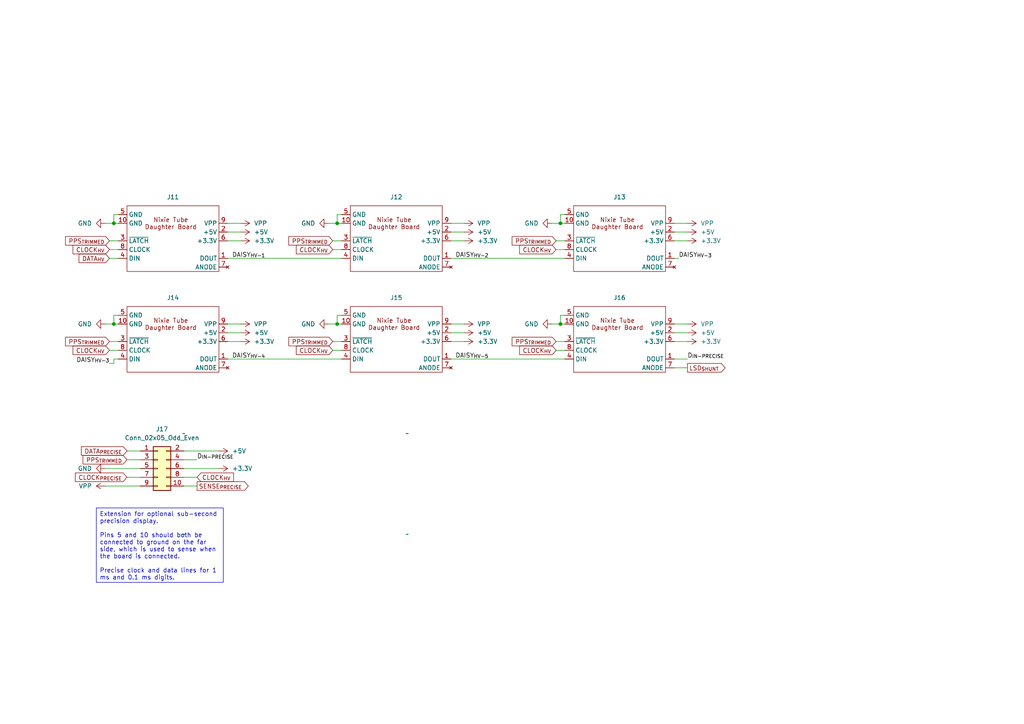
<source format=kicad_sch>
(kicad_sch (version 20230121) (generator eeschema)
  (paper "A4")
  (title_block (title "Nixie Accurate Clock") (date "2024-02-24") (rev "B") (company "Paul Willis"))
  (lib_symbols
    (symbol "00_lib:nixie_daughter_board"
      (property "Reference" "J" (at 1.27 20.32 0))
      (symbol "nixie_daughter_board_0_1"
        (rectangle (start 0 19.05) (end 26.67 0))
      )
      (symbol "nixie_daughter_board_1_1"
        (text "Nixie Tube\nDaughter Board" (at 12.7 13.97 0) (effects (font (size 1.27 1.27))))
        (pin output line (at 29.21 3.81 180) (length 2.54) (name "DOUT") (number "1"))
        (pin passive line (at -2.54 13.97 0) (length 2.54) (name "GND") (number "10"))
        (pin power_in line (at 29.21 11.43 180) (length 2.54) (name "+5V") (number "2"))
        (pin input line (at -2.54 8.89 0) (length 2.54) (name "~{LATCH}") (number "3"))
        (pin input line (at -2.54 3.81 0) (length 2.54) (name "DIN") (number "4"))
        (pin power_in line (at -2.54 16.51 0) (length 2.54) (name "GND") (number "5"))
        (pin power_in line (at 29.21 8.89 180) (length 2.54) (name "+3.3V") (number "6"))
        (pin output line (at 29.21 1.27 180) (length 2.54) (name "ANODE") (number "7"))
        (pin input line (at -2.54 6.35 0) (length 2.54) (name "CLOCK") (number "8"))
        (pin power_in line (at 29.21 13.97 180) (length 2.54) (name "VPP") (number "9"))
      )
    )
    (symbol "Connector_Generic:Conn_02x05_Odd_Even" (pin_names (offset 1.016) hide)
      (property "Reference" "J10" (at 1.27 11.43 0))
      (property "Value" "Conn_02x05_Odd_Even" (at 1.27 8.89 0))
      (symbol "Conn_02x05_Odd_Even_1_1"
        (rectangle (start -1.27 -4.953) (end 0 -5.207) (stroke (width 0.1524)))
        (rectangle (start -1.27 -2.413) (end 0 -2.667) (stroke (width 0.1524)))
        (rectangle (start -1.27 0.127) (end 0 -0.127) (stroke (width 0.1524)))
        (rectangle (start -1.27 2.667) (end 0 2.413) (stroke (width 0.1524)))
        (rectangle (start -1.27 5.207) (end 0 4.953) (stroke (width 0.1524)))
        (rectangle (start -1.27 6.35) (end 3.81 -6.35) (stroke (width 0.254)) (fill (type background)))
        (rectangle (start 3.81 -4.953) (end 2.54 -5.207) (stroke (width 0.1524)))
        (rectangle (start 3.81 -2.413) (end 2.54 -2.667) (stroke (width 0.1524)))
        (rectangle (start 3.81 0.127) (end 2.54 -0.127) (stroke (width 0.1524)))
        (rectangle (start 3.81 2.667) (end 2.54 2.413) (stroke (width 0.1524)))
        (rectangle (start 3.81 5.207) (end 2.54 4.953) (stroke (width 0.1524)))
        (pin bidirectional line (at -5.08 5.08 0) (length 3.81) (name "Pin_1") (number "1"))
        (pin passive line (at 7.62 -5.08 180) (length 3.81) (name "Pin_10") (number "10"))
        (pin power_in line (at 7.62 5.08 180) (length 3.81) (name "Pin_2") (number "2"))
        (pin input line (at -5.08 2.54 0) (length 3.81) (name "Pin_3") (number "3"))
        (pin input line (at 7.62 2.54 180) (length 3.81) (name "Pin_4") (number "4"))
        (pin power_in line (at -5.08 0 0) (length 3.81) (name "Pin_5") (number "5"))
        (pin power_in line (at 7.62 0 180) (length 3.81) (name "Pin_6") (number "6"))
        (pin input line (at -5.08 -2.54 0) (length 3.81) (name "Pin_7") (number "7"))
        (pin input line (at 7.62 -2.54 180) (length 3.81) (name "Pin_8") (number "8"))
        (pin power_in line (at -5.08 -5.08 0) (length 3.81) (name "Pin_9") (number "9"))
      )
    )
    (symbol "nixie_daughter_board_1"
      (property "Reference" "J13" (at 13.335 21.59 0))
      (property "Value" "~" (at -48.26 -46.99 0))
      (symbol "nixie_daughter_board_1_0_1"
        (rectangle (start 0 19.05) (end 26.67 0))
      )
      (symbol "nixie_daughter_board_1_1_1"
        (text "Nixie Tube\nDaughter Board" (at 12.7 13.97 0) (effects (font (size 1.27 1.27))))
        (pin output line (at 29.21 3.81 180) (length 2.54) (name "DOUT") (number "1"))
        (pin passive line (at -2.54 13.97 0) (length 2.54) (name "GND") (number "10"))
        (pin power_in line (at 29.21 11.43 180) (length 2.54) (name "+5V") (number "2"))
        (pin input line (at -2.54 8.89 0) (length 2.54) (name "~{LATCH}") (number "3"))
        (pin input line (at -2.54 3.81 0) (length 2.54) (name "DIN") (number "4"))
        (pin power_in line (at -2.54 16.51 0) (length 2.54) (name "GND") (number "5"))
        (pin power_in line (at 29.21 8.89 180) (length 2.54) (name "+3.3V") (number "6"))
        (pin no_connect line (at 29.21 1.27 180) (length 2.54) (name "ANODE") (number "7"))
        (pin input line (at -2.54 6.35 0) (length 2.54) (name "CLOCK") (number "8"))
        (pin power_in line (at 29.21 13.97 180) (length 2.54) (name "VPP") (number "9"))
      )
    )
    (symbol "nixie_daughter_board_2"
      (property "Reference" "J14" (at 13.335 21.59 0))
      (property "Value" "~" (at -48.26 -46.99 0))
      (symbol "nixie_daughter_board_2_0_1"
        (rectangle (start 0 19.05) (end 26.67 0))
      )
      (symbol "nixie_daughter_board_2_1_1"
        (text "Nixie Tube\nDaughter Board" (at 12.7 13.97 0) (effects (font (size 1.27 1.27))))
        (pin output line (at 29.21 3.81 180) (length 2.54) (name "DOUT") (number "1"))
        (pin passive line (at -2.54 13.97 0) (length 2.54) (name "GND") (number "10"))
        (pin power_in line (at 29.21 11.43 180) (length 2.54) (name "+5V") (number "2"))
        (pin input line (at -2.54 8.89 0) (length 2.54) (name "~{LATCH}") (number "3"))
        (pin input line (at -2.54 3.81 0) (length 2.54) (name "DIN") (number "4"))
        (pin power_in line (at -2.54 16.51 0) (length 2.54) (name "GND") (number "5"))
        (pin power_in line (at 29.21 8.89 180) (length 2.54) (name "+3.3V") (number "6"))
        (pin no_connect line (at 29.21 1.27 180) (length 2.54) (name "ANODE") (number "7"))
        (pin input line (at -2.54 6.35 0) (length 2.54) (name "CLOCK") (number "8"))
        (pin power_in line (at 29.21 13.97 180) (length 2.54) (name "VPP") (number "9"))
      )
    )
    (symbol "nixie_daughter_board_3"
      (property "Reference" "J15" (at 13.335 21.59 0))
      (property "Value" "~" (at -48.26 -46.99 0))
      (symbol "nixie_daughter_board_3_0_1"
        (rectangle (start 0 19.05) (end 26.67 0))
      )
      (symbol "nixie_daughter_board_3_1_1"
        (text "Nixie Tube\nDaughter Board" (at 12.7 13.97 0) (effects (font (size 1.27 1.27))))
        (pin output line (at 29.21 3.81 180) (length 2.54) (name "DOUT") (number "1"))
        (pin passive line (at -2.54 13.97 0) (length 2.54) (name "GND") (number "10"))
        (pin power_in line (at 29.21 11.43 180) (length 2.54) (name "+5V") (number "2"))
        (pin input line (at -2.54 8.89 0) (length 2.54) (name "~{LATCH}") (number "3"))
        (pin input line (at -2.54 3.81 0) (length 2.54) (name "DIN") (number "4"))
        (pin power_in line (at -2.54 16.51 0) (length 2.54) (name "GND") (number "5"))
        (pin power_in line (at 29.21 8.89 180) (length 2.54) (name "+3.3V") (number "6"))
        (pin no_connect line (at 29.21 1.27 180) (length 2.54) (name "ANODE") (number "7"))
        (pin input line (at -2.54 6.35 0) (length 2.54) (name "CLOCK") (number "8"))
        (pin power_in line (at 29.21 13.97 180) (length 2.54) (name "VPP") (number "9"))
      )
    )
    (symbol "nixie_daughter_board_4"
      (property "Reference" "J16" (at 13.335 21.59 0))
      (property "Value" "~" (at -48.26 -46.99 0))
      (symbol "nixie_daughter_board_4_0_1"
        (rectangle (start 0 19.05) (end 26.67 0))
      )
      (symbol "nixie_daughter_board_4_1_1"
        (text "Nixie Tube\nDaughter Board" (at 12.7 13.97 0) (effects (font (size 1.27 1.27))))
        (pin output line (at 29.21 3.81 180) (length 2.54) (name "DOUT") (number "1"))
        (pin passive line (at -2.54 13.97 0) (length 2.54) (name "GND") (number "10"))
        (pin power_in line (at 29.21 11.43 180) (length 2.54) (name "+5V") (number "2"))
        (pin input line (at -2.54 8.89 0) (length 2.54) (name "~{LATCH}") (number "3"))
        (pin input line (at -2.54 3.81 0) (length 2.54) (name "DIN") (number "4"))
        (pin power_in line (at -2.54 16.51 0) (length 2.54) (name "GND") (number "5"))
        (pin power_in line (at 29.21 8.89 180) (length 2.54) (name "+3.3V") (number "6"))
        (pin no_connect line (at 29.21 1.27 180) (length 2.54) (name "ANODE") (number "7"))
        (pin input line (at -2.54 6.35 0) (length 2.54) (name "CLOCK") (number "8"))
        (pin power_in line (at 29.21 13.97 180) (length 2.54) (name "VPP") (number "9"))
      )
    )
    (symbol "nixie_daughter_board_5"
      (property "Reference" "J17" (at 13.335 21.59 0))
      (property "Value" "~" (at -48.26 -46.99 0))
      (symbol "nixie_daughter_board_5_0_1"
        (rectangle (start 0 19.05) (end 26.67 0))
      )
      (symbol "nixie_daughter_board_5_1_1"
        (text "Nixie Tube\nDaughter Board" (at 12.7 13.97 0) (effects (font (size 1.27 1.27))))
        (pin output line (at 29.21 3.81 180) (length 2.54) (name "DOUT") (number "1"))
        (pin passive line (at -2.54 13.97 0) (length 2.54) (name "GND") (number "10"))
        (pin power_in line (at 29.21 11.43 180) (length 2.54) (name "+5V") (number "2"))
        (pin input line (at -2.54 8.89 0) (length 2.54) (name "~{LATCH}") (number "3"))
        (pin input line (at -2.54 3.81 0) (length 2.54) (name "DIN") (number "4"))
        (pin power_in line (at -2.54 16.51 0) (length 2.54) (name "GND") (number "5"))
        (pin power_in line (at 29.21 8.89 180) (length 2.54) (name "+3.3V") (number "6"))
        (pin no_connect line (at 29.21 1.27 180) (length 2.54) (name "ANODE") (number "7"))
        (pin input line (at -2.54 6.35 0) (length 2.54) (name "CLOCK") (number "8"))
        (pin power_in line (at 29.21 13.97 180) (length 2.54) (name "VPP") (number "9"))
      )
    )
    (symbol "power:+3.3V" (power) (pin_names (offset 0))
      (property "Value" "+3.3V" (at 0 3.556 0))
      (symbol "+3.3V_0_1"
        (polyline (pts (xy -0.762 1.27) (xy 0 2.54)))
        (polyline (pts (xy 0 0) (xy 0 2.54)))
        (polyline (pts (xy 0 2.54) (xy 0.762 1.27)))
      )
      (symbol "+3.3V_1_1"
        (pin power_in line (at 0 0 90) (length 0) hide (name "+3.3V") (number "1"))
      )
    )
    (symbol "power:+5V" (power) (pin_names (offset 0))
      (property "Value" "+5V" (at 0 3.556 0))
      (symbol "+5V_0_1"
        (polyline (pts (xy -0.762 1.27) (xy 0 2.54)))
        (polyline (pts (xy 0 0) (xy 0 2.54)))
        (polyline (pts (xy 0 2.54) (xy 0.762 1.27)))
      )
      (symbol "+5V_1_1"
        (pin power_in line (at 0 0 90) (length 0) hide (name "+5V") (number "1"))
      )
    )
    (symbol "power:GND" (power) (pin_names (offset 0))
      (property "Value" "GND" (at 0 -3.81 0))
      (symbol "GND_0_1"
        (polyline (pts (xy 0 0) (xy 0 -1.27) (xy 1.27 -1.27) (xy 0 -2.54) (xy -1.27 -1.27) (xy 0 -1.27)))
      )
      (symbol "GND_1_1"
        (pin power_in line (at 0 0 270) (length 0) hide (name "GND") (number "1"))
      )
    )
    (symbol "power:VPP" (power) (pin_names (offset 0))
      (property "Value" "VPP" (at 0 3.81 0))
      (symbol "VPP_0_1"
        (polyline (pts (xy -0.762 1.27) (xy 0 2.54)))
        (polyline (pts (xy 0 0) (xy 0 2.54)))
        (polyline (pts (xy 0 2.54) (xy 0.762 1.27)))
      )
      (symbol "VPP_1_1"
        (pin power_in line (at 0 0 90) (length 0) hide (name "VPP") (number "1"))
      )
    )
  )
  (junction (at 162.56 93.98))
  (junction (at 33.02 64.77))
  (junction (at 162.56 64.77))
  (junction (at 33.02 93.98))
  (junction (at 97.79 64.77))
  (junction (at 97.79 93.98))
  (wire (pts (xy 161.29 101.6) (xy 163.83 101.6)))
  (wire (pts (xy 69.85 96.52) (xy 66.04 96.52)))
  (wire (pts (xy 33.02 91.44) (xy 33.02 93.98)))
  (wire (pts (xy 66.04 104.14) (xy 99.06 104.14)))
  (wire (pts (xy 53.34 135.89) (xy 63.5 135.89)))
  (wire (pts (xy 163.83 91.44) (xy 162.56 91.44)))
  (wire (pts (xy 31.75 105.41) (xy 33.02 105.41)))
  (wire (pts (xy 31.75 99.06) (xy 34.29 99.06)))
  (wire (pts (xy 95.25 64.77) (xy 97.79 64.77)))
  (wire (pts (xy 33.02 93.98) (xy 34.29 93.98)))
  (wire (pts (xy 53.34 138.43) (xy 57.15 138.43)))
  (wire (pts (xy 199.39 93.98) (xy 195.58 93.98)))
  (wire (pts (xy 130.81 104.14) (xy 163.83 104.14)))
  (wire (pts (xy 130.81 74.93) (xy 163.83 74.93)))
  (wire (pts (xy 97.79 64.77) (xy 99.06 64.77)))
  (wire (pts (xy 30.48 64.77) (xy 33.02 64.77)))
  (wire (pts (xy 99.06 91.44) (xy 97.79 91.44)))
  (wire (pts (xy 31.75 72.39) (xy 34.29 72.39)))
  (wire (pts (xy 36.83 138.43) (xy 40.64 138.43)))
  (wire (pts (xy 34.29 91.44) (xy 33.02 91.44)))
  (wire (pts (xy 31.75 101.6) (xy 34.29 101.6)))
  (wire (pts (xy 69.85 69.85) (xy 66.04 69.85)))
  (wire (pts (xy 195.58 106.68) (xy 199.39 106.68)))
  (wire (pts (xy 69.85 67.31) (xy 66.04 67.31)))
  (wire (pts (xy 134.62 69.85) (xy 130.81 69.85)))
  (wire (pts (xy 66.04 74.93) (xy 99.06 74.93)))
  (wire (pts (xy 53.34 133.35) (xy 57.15 133.35)))
  (wire (pts (xy 199.39 99.06) (xy 195.58 99.06)))
  (wire (pts (xy 53.34 140.97) (xy 57.15 140.97)))
  (wire (pts (xy 69.85 99.06) (xy 66.04 99.06)))
  (wire (pts (xy 134.62 64.77) (xy 130.81 64.77)))
  (wire (pts (xy 97.79 93.98) (xy 99.06 93.98)))
  (wire (pts (xy 96.52 72.39) (xy 99.06 72.39)))
  (wire (pts (xy 160.02 93.98) (xy 162.56 93.98)))
  (wire (pts (xy 95.25 93.98) (xy 97.79 93.98)))
  (wire (pts (xy 96.52 101.6) (xy 99.06 101.6)))
  (wire (pts (xy 134.62 96.52) (xy 130.81 96.52)))
  (wire (pts (xy 162.56 93.98) (xy 163.83 93.98)))
  (wire (pts (xy 160.02 64.77) (xy 162.56 64.77)))
  (wire (pts (xy 161.29 99.06) (xy 163.83 99.06)))
  (wire (pts (xy 96.52 99.06) (xy 99.06 99.06)))
  (wire (pts (xy 199.39 69.85) (xy 195.58 69.85)))
  (wire (pts (xy 63.5 130.81) (xy 53.34 130.81)))
  (wire (pts (xy 30.48 93.98) (xy 33.02 93.98)))
  (wire (pts (xy 31.75 69.85) (xy 34.29 69.85)))
  (wire (pts (xy 97.79 62.23) (xy 97.79 64.77)))
  (wire (pts (xy 161.29 72.39) (xy 163.83 72.39)))
  (wire (pts (xy 162.56 64.77) (xy 163.83 64.77)))
  (wire (pts (xy 36.83 130.81) (xy 40.64 130.81)))
  (wire (pts (xy 69.85 64.77) (xy 66.04 64.77)))
  (wire (pts (xy 161.29 69.85) (xy 163.83 69.85)))
  (wire (pts (xy 33.02 64.77) (xy 34.29 64.77)))
  (wire (pts (xy 96.52 69.85) (xy 99.06 69.85)))
  (wire (pts (xy 199.39 64.77) (xy 195.58 64.77)))
  (wire (pts (xy 163.83 62.23) (xy 162.56 62.23)))
  (wire (pts (xy 30.48 140.97) (xy 40.64 140.97)))
  (wire (pts (xy 34.29 104.14) (xy 33.02 104.14)))
  (wire (pts (xy 195.58 104.14) (xy 199.39 104.14)))
  (wire (pts (xy 162.56 62.23) (xy 162.56 64.77)))
  (wire (pts (xy 30.48 135.89) (xy 40.64 135.89)))
  (wire (pts (xy 134.62 67.31) (xy 130.81 67.31)))
  (wire (pts (xy 69.85 93.98) (xy 66.04 93.98)))
  (wire (pts (xy 33.02 62.23) (xy 33.02 64.77)))
  (wire (pts (xy 34.29 62.23) (xy 33.02 62.23)))
  (wire (pts (xy 33.02 104.14) (xy 33.02 105.41)))
  (wire (pts (xy 31.75 74.93) (xy 34.29 74.93)))
  (wire (pts (xy 199.39 67.31) (xy 195.58 67.31)))
  (wire (pts (xy 99.06 62.23) (xy 97.79 62.23)))
  (wire (pts (xy 97.79 91.44) (xy 97.79 93.98)))
  (wire (pts (xy 36.83 133.35) (xy 40.64 133.35)))
  (wire (pts (xy 199.39 96.52) (xy 195.58 96.52)))
  (wire (pts (xy 134.62 93.98) (xy 130.81 93.98)))
  (wire (pts (xy 195.58 74.93) (xy 196.85 74.93)))
  (wire (pts (xy 134.62 99.06) (xy 130.81 99.06)))
  (wire (pts (xy 162.56 91.44) (xy 162.56 93.98)))
  (text_box "Extension for optional sub-second precision display.\n\nPins 5 and 10 should both be connected to ground on the far side, which is used to sense when the board is connected.\n\nPrecise clock and data lines for 1 ms and 0.1 ms digits." (at 27.94 147.32 0) (size 36.83 21.59) (effects (font (size 1.27 1.27)) (justify left top)))
  (label "DAISY_{HV-4}" (at 67.31 104.14 0))
  (label "DAISY_{HV-1}" (at 67.31 74.93 0))
  (label "DAISY_{HV-5}" (at 132.08 104.14 0))
  (label "DAISY_{HV-3}" (at 31.75 105.41 180))
  (label "D_{IN-PRECISE}" (at 199.39 104.14 0))
  (label "DAISY_{HV-3}" (at 196.85 74.93 0))
  (label "DAISY_{HV-2}" (at 132.08 74.93 0))
  (label "D_{IN-PRECISE}" (at 57.15 133.35 0))
  (global_label "SENSE_{PRECISE}" (shape output) (at 57.15 140.97 0) (property "Intersheetrefs" "${INTERSHEET_REFS}" (effects hide)))
  (global_label "CLOCK_{PRECISE}" (shape input) (at 36.83 138.43 180) (property "Intersheetrefs" "${INTERSHEET_REFS}" (effects hide)))
  (global_label "CLOCK_{HV}" (shape input) (at 57.15 138.43 0) (property "Intersheetrefs" "${INTERSHEET_REFS}" (effects hide)))
  (global_label "CLOCK_{HV}" (shape input) (at 31.75 72.39 180) (property "Intersheetrefs" "${INTERSHEET_REFS}" (effects hide)))
  (global_label "LSD_{SHUNT}" (shape output) (at 199.39 106.68 0) (property "Intersheetrefs" "${INTERSHEET_REFS}" (effects hide)))
  (global_label "PPS_{TRIMMED}" (shape input) (at 31.75 69.85 180) (property "Intersheetrefs" "${INTERSHEET_REFS}" (effects hide)))
  (global_label "DATA_{HV}" (shape input) (at 31.75 74.93 180) (property "Intersheetrefs" "${INTERSHEET_REFS}" (effects hide)))
  (global_label "PPS_{TRIMMED}" (shape input) (at 161.29 69.85 180) (property "Intersheetrefs" "${INTERSHEET_REFS}" (effects hide)))
  (global_label "CLOCK_{HV}" (shape input) (at 161.29 72.39 180) (property "Intersheetrefs" "${INTERSHEET_REFS}" (effects hide)))
  (global_label "PPS_{TRIMMED}" (shape input) (at 96.52 69.85 180) (property "Intersheetrefs" "${INTERSHEET_REFS}" (effects hide)))
  (global_label "PPS_{TRIMMED}" (shape input) (at 161.29 99.06 180) (property "Intersheetrefs" "${INTERSHEET_REFS}" (effects hide)))
  (global_label "DATA_{PRECISE}" (shape input) (at 36.83 130.81 180) (property "Intersheetrefs" "${INTERSHEET_REFS}" (effects hide)))
  (global_label "PPS_{TRIMMED}" (shape input) (at 36.83 133.35 180) (property "Intersheetrefs" "${INTERSHEET_REFS}" (effects hide)))
  (global_label "CLOCK_{HV}" (shape input) (at 161.29 101.6 180) (property "Intersheetrefs" "${INTERSHEET_REFS}" (effects hide)))
  (global_label "CLOCK_{HV}" (shape input) (at 96.52 101.6 180) (property "Intersheetrefs" "${INTERSHEET_REFS}" (effects hide)))
  (global_label "PPS_{TRIMMED}" (shape input) (at 96.52 99.06 180) (property "Intersheetrefs" "${INTERSHEET_REFS}" (effects hide)))
  (global_label "PPS_{TRIMMED}" (shape input) (at 31.75 99.06 180) (property "Intersheetrefs" "${INTERSHEET_REFS}" (effects hide)))
  (global_label "CLOCK_{HV}" (shape input) (at 96.52 72.39 180) (property "Intersheetrefs" "${INTERSHEET_REFS}" (effects hide)))
  (global_label "CLOCK_{HV}" (shape input) (at 31.75 101.6 180) (property "Intersheetrefs" "${INTERSHEET_REFS}" (effects hide)))
  (symbol (lib_id "power:GND") (at 95.25 64.77 270) (unit 1)
    (property "Reference" "#PWR054" (effects hide))
    (property "Value" "GND" (at 91.44 64.77 90) (effects (justify right)))
  )
  (symbol (lib_name "nixie_daughter_board_3") (lib_id "00_lib:nixie_daughter_board") (at 166.37 78.74 0) (unit 1)
    (property "Reference" "J13" (at 179.705 57.15 0))
    (property "Value" "~" (at 118.11 125.73 0))
    (property "Footprint" "00_lib:IN-14 daughter board" (effects hide))
    (property "Datasheet" "http://suddendocs.samtec.com/catalog_english/ssm_sm.pdf" (effects hide))
    (property "Price" "2.59" (effects hide))
    (property "Digikey link" "https://www.digikey.com/en/products/detail/samtec-inc/SSM-105-L-DV/1106226" (effects hide))
    (property "Mouser link" "https://www.mouser.com/ProductDetail/Samtec/SSM-105-L-DV?qs=92ilVni64gwpNieSff7mAQ%3D%3D" (effects hide))
    (property "Model" "SSM-105-L-DV" (effects hide))
  )
  (symbol (lib_id "power:+3.3V") (at 69.85 99.06 270) (unit 1)
    (property "Reference" "#PWR073" (effects hide))
    (property "Value" "+3.3V" (at 73.66 99.06 90) (effects (justify left)))
  )
  (symbol (lib_id "power:VPP") (at 199.39 64.77 270) (unit 1)
    (property "Reference" "#PWR057" (effects hide))
    (property "Value" "VPP" (at 203.2 64.77 90) (effects (justify left)))
  )
  (symbol (lib_id "power:+5V") (at 199.39 96.52 270) (unit 1)
    (property "Reference" "#PWR072" (effects hide))
    (property "Value" "+5V" (at 203.2 96.52 90) (effects (justify left)))
  )
  (symbol (lib_id "power:GND") (at 160.02 93.98 270) (unit 1)
    (property "Reference" "#PWR068" (effects hide))
    (property "Value" "GND" (at 156.21 93.98 90) (effects (justify right)))
  )
  (symbol (lib_id "power:GND") (at 30.48 93.98 270) (unit 1)
    (property "Reference" "#PWR064" (effects hide))
    (property "Value" "GND" (at 26.67 93.98 90) (effects (justify right)))
  )
  (symbol (lib_id "power:+3.3V") (at 199.39 99.06 270) (unit 1)
    (property "Reference" "#PWR075" (effects hide))
    (property "Value" "+3.3V" (at 203.2 99.06 90) (effects (justify left)))
  )
  (symbol (lib_id "Connector_Generic:Conn_02x05_Odd_Even") (at 45.72 135.89 0) (unit 1)
    (property "Reference" "J17" (at 46.99 124.46 0))
    (property "Value" "Conn_02x05_Odd_Even" (at 46.99 127 0))
    (property "Footprint" "00_lib:M207920542R" (effects hide))
    (property "Datasheet" "https://cdn.harwin.com/pdfs/Harwin_Datasheet-INDESS.pdf" (effects hide))
    (property "Model" "M20-7920542R" (effects hide))
    (property "Price" "1.71" (effects hide))
    (property "Digikey link" "https://www.digikey.com/en/products/detail/harwin-inc/M20-7920542R/6559290" (effects hide))
    (property "Mouser link" "https://www.mouser.com/ProductDetail/Harwin/M20-7920542R?qs=k41KVqW3ymqj80AqJ%2FxUlA%3D%3D" (effects hide))
  )
  (symbol (lib_id "power:VPP") (at 69.85 64.77 270) (unit 1)
    (property "Reference" "#PWR053" (effects hide))
    (property "Value" "VPP" (at 73.66 64.77 90) (effects (justify left)))
  )
  (symbol (lib_name "nixie_daughter_board_2") (lib_id "00_lib:nixie_daughter_board") (at 101.6 78.74 0) (unit 1)
    (property "Reference" "J12" (at 114.935 57.15 0))
    (property "Value" "~" (at 53.34 125.73 0))
    (property "Footprint" "00_lib:IN-14 daughter board" (effects hide))
    (property "Datasheet" "http://suddendocs.samtec.com/catalog_english/ssm_sm.pdf" (effects hide))
    (property "Price" "2.59" (effects hide))
    (property "Digikey link" "https://www.digikey.com/en/products/detail/samtec-inc/SSM-105-L-DV/1106226" (effects hide))
    (property "Mouser link" "https://www.mouser.com/ProductDetail/Samtec/SSM-105-L-DV?qs=92ilVni64gwpNieSff7mAQ%3D%3D" (effects hide))
    (property "Model" "SSM-105-L-DV" (effects hide))
  )
  (symbol (lib_name "nixie_daughter_board_1") (lib_id "00_lib:nixie_daughter_board") (at 36.83 78.74 0) (unit 1)
    (property "Reference" "J11" (at 50.165 57.15 0))
    (property "Value" "~" (at -11.43 125.73 0))
    (property "Footprint" "00_lib:IN-14 daughter board" (effects hide))
    (property "Datasheet" "http://suddendocs.samtec.com/catalog_english/ssm_sm.pdf" (effects hide))
    (property "Price" "2.59" (effects hide))
    (property "Digikey link" "https://www.digikey.com/en/products/detail/samtec-inc/SSM-105-L-DV/1106226" (effects hide))
    (property "Mouser link" "https://www.mouser.com/ProductDetail/Samtec/SSM-105-L-DV?qs=92ilVni64gwpNieSff7mAQ%3D%3D" (effects hide))
    (property "Model" "SSM-105-L-DV" (effects hide))
  )
  (symbol (lib_id "power:+3.3V") (at 199.39 69.85 270) (unit 1)
    (property "Reference" "#PWR063" (effects hide))
    (property "Value" "+3.3V" (at 203.2 69.85 90) (effects (justify left)))
  )
  (symbol (lib_id "power:+3.3V") (at 134.62 99.06 270) (unit 1)
    (property "Reference" "#PWR074" (effects hide))
    (property "Value" "+3.3V" (at 138.43 99.06 90) (effects (justify left)))
  )
  (symbol (lib_id "power:+5V") (at 69.85 96.52 270) (unit 1)
    (property "Reference" "#PWR070" (effects hide))
    (property "Value" "+5V" (at 73.66 96.52 90) (effects (justify left)))
  )
  (symbol (lib_id "power:VPP") (at 199.39 93.98 270) (unit 1)
    (property "Reference" "#PWR069" (effects hide))
    (property "Value" "VPP" (at 203.2 93.98 90) (effects (justify left)))
  )
  (symbol (lib_id "power:VPP") (at 69.85 93.98 270) (unit 1)
    (property "Reference" "#PWR065" (effects hide))
    (property "Value" "VPP" (at 73.66 93.98 90) (effects (justify left)))
  )
  (symbol (lib_id "power:VPP") (at 134.62 93.98 270) (unit 1)
    (property "Reference" "#PWR067" (effects hide))
    (property "Value" "VPP" (at 138.43 93.98 90) (effects (justify left)))
  )
  (symbol (lib_id "power:+3.3V") (at 63.5 135.89 270) (mirror x) (unit 1)
    (property "Reference" "#PWR078" (effects hide))
    (property "Value" "+3.3V" (at 67.31 135.89 90) (effects (justify left)))
  )
  (symbol (lib_id "power:+5V") (at 134.62 96.52 270) (unit 1)
    (property "Reference" "#PWR071" (effects hide))
    (property "Value" "+5V" (at 138.43 96.52 90) (effects (justify left)))
  )
  (symbol (lib_id "power:+5V") (at 63.5 130.81 270) (mirror x) (unit 1)
    (property "Reference" "#PWR076" (effects hide))
    (property "Value" "+5V" (at 67.31 130.81 90) (effects (justify left)))
  )
  (symbol (lib_id "power:VPP") (at 30.48 140.97 90) (unit 1)
    (property "Reference" "#PWR079" (effects hide))
    (property "Value" "VPP" (at 26.67 140.97 90) (effects (justify left)))
  )
  (symbol (lib_name "nixie_daughter_board_5") (lib_id "00_lib:nixie_daughter_board") (at 101.6 107.95 0) (unit 1)
    (property "Reference" "J15" (at 114.935 86.36 0))
    (property "Value" "~" (at 53.34 154.94 0))
    (property "Footprint" "00_lib:IN-14 daughter board" (effects hide))
    (property "Datasheet" "http://suddendocs.samtec.com/catalog_english/ssm_sm.pdf" (effects hide))
    (property "Price" "2.59" (effects hide))
    (property "Digikey link" "https://www.digikey.com/en/products/detail/samtec-inc/SSM-105-L-DV/1106226" (effects hide))
    (property "Mouser link" "https://www.mouser.com/ProductDetail/Samtec/SSM-105-L-DV?qs=92ilVni64gwpNieSff7mAQ%3D%3D" (effects hide))
    (property "Model" "SSM-105-L-DV" (effects hide))
  )
  (symbol (lib_id "power:+3.3V") (at 69.85 69.85 270) (unit 1)
    (property "Reference" "#PWR061" (effects hide))
    (property "Value" "+3.3V" (at 73.66 69.85 90) (effects (justify left)))
  )
  (symbol (lib_id "power:GND") (at 160.02 64.77 270) (unit 1)
    (property "Reference" "#PWR056" (effects hide))
    (property "Value" "GND" (at 156.21 64.77 90) (effects (justify right)))
  )
  (symbol (lib_id "power:+3.3V") (at 134.62 69.85 270) (unit 1)
    (property "Reference" "#PWR062" (effects hide))
    (property "Value" "+3.3V" (at 138.43 69.85 90) (effects (justify left)))
  )
  (symbol (lib_id "power:VPP") (at 134.62 64.77 270) (unit 1)
    (property "Reference" "#PWR055" (effects hide))
    (property "Value" "VPP" (at 138.43 64.77 90) (effects (justify left)))
  )
  (symbol (lib_id "00_lib:nixie_daughter_board") (at 166.37 107.95 0) (unit 1)
    (property "Reference" "J16" (at 179.705 86.36 0))
    (property "Value" "~" (at 118.11 154.94 0))
    (property "Footprint" "00_lib:IN-14 daughter board" (effects hide))
    (property "Datasheet" "http://suddendocs.samtec.com/catalog_english/ssm_sm.pdf" (effects hide))
    (property "Price" "2.59" (effects hide))
    (property "Digikey link" "https://www.digikey.com/en/products/detail/samtec-inc/SSM-105-L-DV/1106226" (effects hide))
    (property "Mouser link" "https://www.mouser.com/ProductDetail/Samtec/SSM-105-L-DV?qs=92ilVni64gwpNieSff7mAQ%3D%3D" (effects hide))
    (property "Model" "SSM-105-L-DV" (effects hide))
  )
  (symbol (lib_id "power:GND") (at 30.48 135.89 270) (mirror x) (unit 1)
    (property "Reference" "#PWR077" (effects hide))
    (property "Value" "GND" (at 26.67 135.89 90) (effects (justify right)))
  )
  (symbol (lib_name "nixie_daughter_board_4") (lib_id "00_lib:nixie_daughter_board") (at 36.83 107.95 0) (unit 1)
    (property "Reference" "J14" (at 50.165 86.36 0))
    (property "Value" "~" (at -11.43 154.94 0))
    (property "Footprint" "00_lib:IN-14 daughter board" (effects hide))
    (property "Datasheet" "http://suddendocs.samtec.com/catalog_english/ssm_sm.pdf" (effects hide))
    (property "Price" "2.59" (effects hide))
    (property "Digikey link" "https://www.digikey.com/en/products/detail/samtec-inc/SSM-105-L-DV/1106226" (effects hide))
    (property "Mouser link" "https://www.mouser.com/ProductDetail/Samtec/SSM-105-L-DV?qs=92ilVni64gwpNieSff7mAQ%3D%3D" (effects hide))
    (property "Model" "SSM-105-L-DV" (effects hide))
  )
  (symbol (lib_id "power:+5V") (at 199.39 67.31 270) (unit 1)
    (property "Reference" "#PWR060" (effects hide))
    (property "Value" "+5V" (at 203.2 67.31 90) (effects (justify left)))
  )
  (symbol (lib_id "power:GND") (at 30.48 64.77 270) (unit 1)
    (property "Reference" "#PWR052" (effects hide))
    (property "Value" "GND" (at 26.67 64.77 90) (effects (justify right)))
  )
  (symbol (lib_id "power:GND") (at 95.25 93.98 270) (unit 1)
    (property "Reference" "#PWR066" (effects hide))
    (property "Value" "GND" (at 91.44 93.98 90) (effects (justify right)))
  )
  (symbol (lib_id "power:+5V") (at 69.85 67.31 270) (unit 1)
    (property "Reference" "#PWR058" (effects hide))
    (property "Value" "+5V" (at 73.66 67.31 90) (effects (justify left)))
  )
  (symbol (lib_id "power:+5V") (at 134.62 67.31 270) (unit 1)
    (property "Reference" "#PWR059" (effects hide))
    (property "Value" "+5V" (at 138.43 67.31 90) (effects (justify left)))
  )
)
</source>
